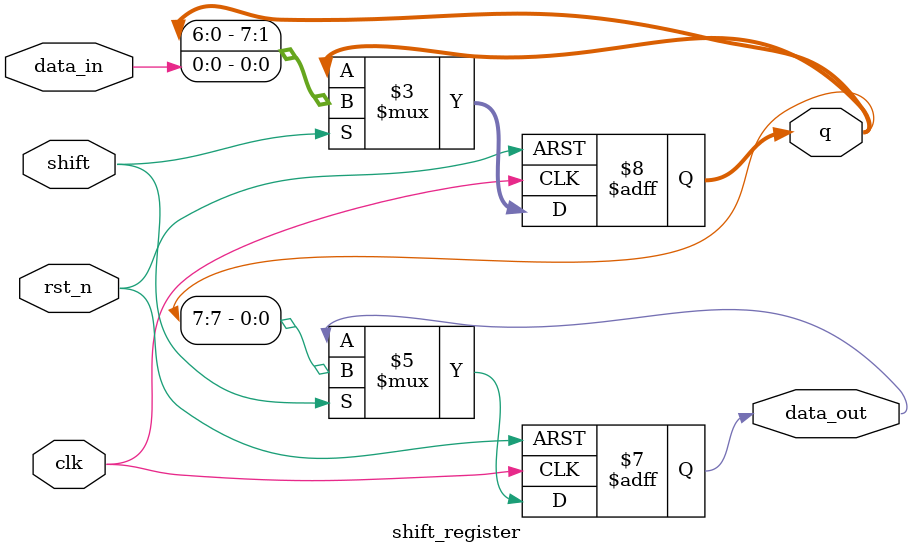
<source format=v>
/**
 * Module 2: Shift Register
 * 
 * A simple 8-bit shift register.
 * 
 * Ports:
 *   clk:    Clock signal
 *   rst_n:  Active-low reset
 *   shift:  Shift enable
 *   data_in: Serial data input
 *   data_out: Serial data output
 *   q:      Parallel output
 */

module shift_register (
    input  wire       clk,
    input  wire       rst_n,
    input  wire       shift,
    input  wire       data_in,
    output reg        data_out,
    output reg  [7:0] q
);

    always @(posedge clk or negedge rst_n) begin
        if (!rst_n) begin
            q <= 8'h00;
            data_out <= 1'b0;
        end else if (shift) begin
            q <= {q[6:0], data_in};
            data_out <= q[7];
        end
    end

endmodule


</source>
